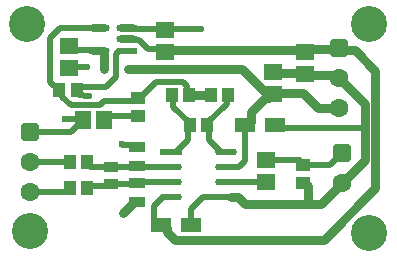
<source format=gtl>
G04*
G04 #@! TF.GenerationSoftware,Altium Limited,Altium Designer,24.3.1 (35)*
G04*
G04 Layer_Physical_Order=1*
G04 Layer_Color=255*
%FSLAX44Y44*%
%MOMM*%
G71*
G04*
G04 #@! TF.SameCoordinates,D9C964B4-26AD-435A-8A32-BF43BC4377D0*
G04*
G04*
G04 #@! TF.FilePolarity,Positive*
G04*
G01*
G75*
%ADD13R,1.5562X1.4546*%
%ADD14R,1.0046X1.2621*%
%ADD15R,1.4546X1.5562*%
G04:AMPARAMS|DCode=16|XSize=1.8741mm|YSize=0.5421mm|CornerRadius=0.2711mm|HoleSize=0mm|Usage=FLASHONLY|Rotation=0.000|XOffset=0mm|YOffset=0mm|HoleType=Round|Shape=RoundedRectangle|*
%AMROUNDEDRECTD16*
21,1,1.8741,0.0000,0,0,0.0*
21,1,1.3319,0.5421,0,0,0.0*
1,1,0.5421,0.6660,0.0000*
1,1,0.5421,-0.6660,0.0000*
1,1,0.5421,-0.6660,0.0000*
1,1,0.5421,0.6660,0.0000*
%
%ADD16ROUNDEDRECTD16*%
%ADD17R,1.8741X0.5421*%
%ADD18R,1.8000X1.2500*%
G04:AMPARAMS|DCode=19|XSize=1.8052mm|YSize=0.6121mm|CornerRadius=0.3061mm|HoleSize=0mm|Usage=FLASHONLY|Rotation=180.000|XOffset=0mm|YOffset=0mm|HoleType=Round|Shape=RoundedRectangle|*
%AMROUNDEDRECTD19*
21,1,1.8052,0.0000,0,0,180.0*
21,1,1.1931,0.6121,0,0,180.0*
1,1,0.6121,-0.5966,0.0000*
1,1,0.6121,0.5966,0.0000*
1,1,0.6121,0.5966,0.0000*
1,1,0.6121,-0.5966,0.0000*
%
%ADD19ROUNDEDRECTD19*%
%ADD20R,1.8052X0.6121*%
%ADD21R,1.2621X0.9578*%
%ADD22R,1.3500X0.9500*%
%ADD23R,1.2621X1.0046*%
%ADD30C,0.5080*%
%ADD31C,0.7620*%
G04:AMPARAMS|DCode=32|XSize=1.6mm|YSize=1.6mm|CornerRadius=0.4mm|HoleSize=0mm|Usage=FLASHONLY|Rotation=270.000|XOffset=0mm|YOffset=0mm|HoleType=Round|Shape=RoundedRectangle|*
%AMROUNDEDRECTD32*
21,1,1.6000,0.8000,0,0,270.0*
21,1,0.8000,1.6000,0,0,270.0*
1,1,0.8000,-0.4000,-0.4000*
1,1,0.8000,-0.4000,0.4000*
1,1,0.8000,0.4000,0.4000*
1,1,0.8000,0.4000,-0.4000*
%
%ADD32ROUNDEDRECTD32*%
%ADD33C,1.6000*%
%ADD34C,3.0480*%
%ADD35C,0.6000*%
D13*
X359410Y429628D02*
D03*
Y411112D02*
D03*
X532130Y389522D02*
D03*
Y408038D02*
D03*
X558800Y424548D02*
D03*
Y406032D02*
D03*
X440690Y425082D02*
D03*
Y443598D02*
D03*
X525780Y314592D02*
D03*
Y333108D02*
D03*
D14*
X365648Y392430D02*
D03*
X350632D02*
D03*
X478902Y388620D02*
D03*
X493918D02*
D03*
X461122Y363220D02*
D03*
X476138D02*
D03*
X445994Y388620D02*
D03*
X461010D02*
D03*
X359522Y331470D02*
D03*
X374538D02*
D03*
X359522Y309880D02*
D03*
X374538D02*
D03*
D15*
X370472Y367030D02*
D03*
X388988D02*
D03*
D16*
X491791Y340360D02*
D03*
Y327660D02*
D03*
Y314960D02*
D03*
Y302260D02*
D03*
X445469D02*
D03*
Y314960D02*
D03*
Y327660D02*
D03*
D17*
Y340360D02*
D03*
D18*
X533700Y363220D02*
D03*
X507700D02*
D03*
X462580Y278130D02*
D03*
X436580D02*
D03*
D19*
X384735Y426110D02*
D03*
Y445110D02*
D03*
X407745D02*
D03*
Y435610D02*
D03*
D20*
Y426110D02*
D03*
D21*
X394970Y313116D02*
D03*
Y327660D02*
D03*
D22*
X416560Y298070D02*
D03*
Y314070D02*
D03*
Y344550D02*
D03*
Y328550D02*
D03*
D23*
X557530Y313914D02*
D03*
Y328930D02*
D03*
X417830Y385968D02*
D03*
Y370952D02*
D03*
D30*
X440690Y443598D02*
X441592Y444500D01*
X414827Y444730D02*
X440690D01*
X441592Y444500D02*
X471170D01*
X414964Y435093D02*
X418138D01*
X438299Y427473D02*
X440690Y425082D01*
X408029Y435411D02*
X414646D01*
X442444Y426836D02*
X445076D01*
X440690Y425082D02*
X442444Y426836D01*
X418138Y435093D02*
X425757Y427473D01*
X414646Y435411D02*
X414964Y435093D01*
X425757Y427473D02*
X438299D01*
X536240Y360680D02*
X609600D01*
X401779Y426110D02*
X407745D01*
X398780Y403860D02*
Y423111D01*
X390020Y395100D02*
X398780Y403860D01*
Y423111D02*
X401779Y426110D01*
X360599Y412301D02*
X374004D01*
X359410Y411112D02*
X360599Y412301D01*
X374004D02*
X374180Y412477D01*
X368131Y395100D02*
X390020D01*
X367030Y392430D02*
Y393999D01*
X368131Y395100D01*
X342900Y399752D02*
Y436880D01*
Y399752D02*
X346452Y396201D01*
X342900Y436880D02*
X351130Y445110D01*
X346452Y396201D02*
X348149D01*
X384858Y379778D02*
X388565Y383485D01*
X416634D01*
X360500Y379778D02*
X384858D01*
X416634Y383485D02*
X432652Y399503D01*
X392798Y370840D02*
X419100D01*
X388988Y367030D02*
X392798Y370840D01*
X458527Y391103D02*
Y396527D01*
X455551Y399503D02*
X458527Y396527D01*
Y391103D02*
X461010Y388620D01*
X432652Y399503D02*
X455551D01*
X368131Y388659D02*
X370801D01*
X375744Y387526D02*
X375920Y387350D01*
X371934Y387526D02*
X375744D01*
X370801Y388659D02*
X371934Y387526D01*
X365648Y392430D02*
X367030D01*
Y389760D02*
X368131Y388659D01*
X367030Y389760D02*
Y392430D01*
X508000Y332740D02*
Y362920D01*
X491791Y327660D02*
X502920D01*
X508000Y332740D01*
X368300Y368300D02*
X370840Y370840D01*
X369570Y365620D02*
Y367030D01*
X326390Y356870D02*
X360820D01*
X324510Y331470D02*
X359522D01*
X354063Y306070D02*
X354103Y306109D01*
X324277Y306070D02*
X354063D01*
X354103Y306109D02*
X357039D01*
X359522Y308592D01*
Y309880D01*
X351130Y445110D02*
X384735D01*
X407745D02*
X407944Y444911D01*
X414646D01*
X414827Y444730D01*
X355968Y426720D02*
X379866D01*
X348149Y396201D02*
X350632Y393717D01*
Y392430D02*
Y393717D01*
X404036Y346534D02*
X414576D01*
X416560Y344550D01*
X403860Y346710D02*
X404036Y346534D01*
X350615Y391160D02*
X353115Y388659D01*
Y387163D02*
X360500Y379778D01*
X353115Y387163D02*
Y388659D01*
X355600Y368300D02*
X368300D01*
X533700Y363220D02*
X536240Y360680D01*
X360820Y356870D02*
X369570Y365620D01*
X472375Y302195D02*
X491725D01*
X462580Y280670D02*
Y292400D01*
X472375Y302195D01*
X491725D02*
X491791Y302260D01*
X496570D01*
X438810D02*
X445469D01*
X430718Y294168D02*
X438810Y302260D01*
X430718Y283398D02*
Y294168D01*
X491791Y314960D02*
X524904D01*
X557530Y328930D02*
X580390D01*
X590550Y339090D01*
X525780Y333108D02*
X554622D01*
X492705Y387295D02*
X494030Y388620D01*
X476138Y364507D02*
X492705Y381074D01*
Y387295D01*
X476138Y363220D02*
Y364507D01*
X445770Y388620D02*
X447208Y387182D01*
Y378422D02*
X461122Y364507D01*
Y363220D02*
Y364507D01*
X447208Y378422D02*
Y387182D01*
X477351Y350339D02*
X487330Y340360D01*
X477351Y350339D02*
Y362119D01*
X487330Y340360D02*
X491791D01*
X445469D02*
X449930D01*
X459909Y350339D01*
Y362119D01*
X412020Y327660D02*
X414290Y329930D01*
X416625Y327725D02*
X445404D01*
X445469Y327660D01*
X416560D02*
X416625Y327725D01*
X416560Y313690D02*
X417765Y314895D01*
X414180Y314960D02*
X416560D01*
X443165Y314895D02*
X443230Y314960D01*
X417765Y314895D02*
X443165D01*
X443230Y314960D02*
X445469D01*
X394970Y327660D02*
X412020D01*
X394970Y313116D02*
X412336D01*
X414180Y314960D01*
X374538Y309880D02*
X376156Y311498D01*
X392778D01*
X374538Y330182D02*
X377021Y327699D01*
X378308D01*
X374538Y330182D02*
Y331470D01*
X378308Y327699D02*
X378348Y327660D01*
X394970D01*
D31*
X439572Y277888D02*
X441770Y275690D01*
X556511Y426836D02*
X558800Y424548D01*
X562000Y427748D02*
X587768D01*
X600911Y426309D02*
X618522Y408698D01*
X441770Y272940D02*
X448914Y265796D01*
X609600Y333394D02*
Y360680D01*
X589691Y426309D02*
X600911D01*
X448914Y265796D02*
X574680D01*
X572116Y295910D02*
X609600Y333394D01*
X574680Y265796D02*
X618522Y309638D01*
X588010Y427990D02*
X589691Y426309D01*
X561340Y295910D02*
X572116D01*
X618522Y309638D02*
Y408698D01*
X445076Y426836D02*
X556511D01*
X558800Y424548D02*
X562000Y427748D01*
X436822Y277888D02*
X439572D01*
X441770Y272940D02*
Y275690D01*
X609600Y360680D02*
Y381000D01*
X588010Y402590D02*
X609600Y381000D01*
X409356Y410210D02*
X505460D01*
X388620D02*
Y425361D01*
X461010Y388620D02*
X478902D01*
X505460Y410210D02*
X525021Y390649D01*
X525021D01*
X512890Y373745D02*
X525204Y386059D01*
X528667D02*
X532130Y389522D01*
X525204Y386059D02*
X528667D01*
X512890Y365660D02*
Y373745D01*
X405130Y288290D02*
Y288640D01*
X414940Y298450D01*
X416560D01*
X569743Y377190D02*
X588010D01*
X557043Y389890D02*
X569743Y377190D01*
X532130Y389890D02*
X557043D01*
X496570Y302195D02*
X501715D01*
X508000Y363220D02*
X510450D01*
X512890Y365660D01*
X554539Y407219D02*
X556260Y405498D01*
X530041Y407219D02*
X554539D01*
X586554Y401320D02*
X586740D01*
X556260Y405498D02*
X582376D01*
X586554Y401320D01*
X508000Y295910D02*
X561340D01*
X501715Y302195D02*
X508000Y295910D01*
X556260Y313690D02*
X559042D01*
X561301Y311431D01*
Y308649D02*
Y311431D01*
X561340Y295910D02*
Y308610D01*
X561301Y308649D02*
X561340Y308610D01*
X556484Y313914D02*
X557530D01*
X556260Y313690D02*
X556484Y313914D01*
D32*
X588010Y427990D02*
D03*
X590550Y339090D02*
D03*
X326390Y356870D02*
D03*
D33*
X588010Y402590D02*
D03*
Y377190D02*
D03*
X590550Y313690D02*
D03*
X326390Y331470D02*
D03*
Y306070D02*
D03*
D34*
X323850Y448310D02*
D03*
X613410D02*
D03*
Y271780D02*
D03*
X326390Y273050D02*
D03*
D35*
X409356Y410210D02*
D03*
X388620D02*
D03*
X374180Y412477D02*
D03*
X375920Y387350D02*
D03*
X471170Y444500D02*
D03*
X403860Y346710D02*
D03*
X405130Y288290D02*
D03*
X355600Y368300D02*
D03*
M02*

</source>
